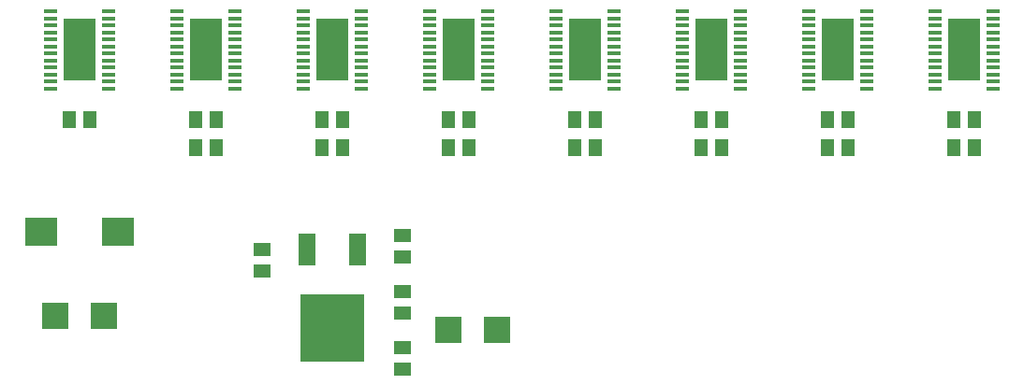
<source format=gtp>
G04 EAGLE Gerber RS-274X export*
G75*
%MOMM*%
%FSLAX34Y34*%
%LPD*%
%AMOC8*
5,1,8,0,0,1.08239X$1,22.5*%
G01*
%ADD10R,1.143000X0.381000*%
%ADD11R,2.844800X5.638800*%
%ADD12R,1.300000X1.500000*%
%ADD13R,2.400000X2.400000*%
%ADD14R,5.800000X6.200000*%
%ADD15R,1.600000X3.000000*%
%ADD16R,1.500000X1.300000*%
%ADD17R,3.000000X2.500000*%


D10*
X813562Y492125D03*
X813562Y485775D03*
X813562Y479425D03*
X813562Y473075D03*
X813562Y466725D03*
X813562Y460375D03*
X813562Y454025D03*
X813562Y447675D03*
X813562Y441325D03*
X813562Y434975D03*
X813562Y428625D03*
X813562Y422275D03*
X761238Y492125D03*
X761238Y485775D03*
X761238Y479425D03*
X761238Y473075D03*
X761238Y466725D03*
X761238Y460375D03*
X761238Y454025D03*
X761238Y447675D03*
X761238Y441325D03*
X761238Y434975D03*
X761238Y428625D03*
X761238Y422275D03*
D11*
X787400Y457200D03*
D10*
X699262Y492125D03*
X699262Y485775D03*
X699262Y479425D03*
X699262Y473075D03*
X699262Y466725D03*
X699262Y460375D03*
X699262Y454025D03*
X699262Y447675D03*
X699262Y441325D03*
X699262Y434975D03*
X699262Y428625D03*
X699262Y422275D03*
X646938Y492125D03*
X646938Y485775D03*
X646938Y479425D03*
X646938Y473075D03*
X646938Y466725D03*
X646938Y460375D03*
X646938Y454025D03*
X646938Y447675D03*
X646938Y441325D03*
X646938Y434975D03*
X646938Y428625D03*
X646938Y422275D03*
D11*
X673100Y457200D03*
D10*
X584962Y492125D03*
X584962Y485775D03*
X584962Y479425D03*
X584962Y473075D03*
X584962Y466725D03*
X584962Y460375D03*
X584962Y454025D03*
X584962Y447675D03*
X584962Y441325D03*
X584962Y434975D03*
X584962Y428625D03*
X584962Y422275D03*
X532638Y492125D03*
X532638Y485775D03*
X532638Y479425D03*
X532638Y473075D03*
X532638Y466725D03*
X532638Y460375D03*
X532638Y454025D03*
X532638Y447675D03*
X532638Y441325D03*
X532638Y434975D03*
X532638Y428625D03*
X532638Y422275D03*
D11*
X558800Y457200D03*
D10*
X470662Y492125D03*
X470662Y485775D03*
X470662Y479425D03*
X470662Y473075D03*
X470662Y466725D03*
X470662Y460375D03*
X470662Y454025D03*
X470662Y447675D03*
X470662Y441325D03*
X470662Y434975D03*
X470662Y428625D03*
X470662Y422275D03*
X418338Y492125D03*
X418338Y485775D03*
X418338Y479425D03*
X418338Y473075D03*
X418338Y466725D03*
X418338Y460375D03*
X418338Y454025D03*
X418338Y447675D03*
X418338Y441325D03*
X418338Y434975D03*
X418338Y428625D03*
X418338Y422275D03*
D11*
X444500Y457200D03*
D10*
X356362Y492125D03*
X356362Y485775D03*
X356362Y479425D03*
X356362Y473075D03*
X356362Y466725D03*
X356362Y460375D03*
X356362Y454025D03*
X356362Y447675D03*
X356362Y441325D03*
X356362Y434975D03*
X356362Y428625D03*
X356362Y422275D03*
X304038Y492125D03*
X304038Y485775D03*
X304038Y479425D03*
X304038Y473075D03*
X304038Y466725D03*
X304038Y460375D03*
X304038Y454025D03*
X304038Y447675D03*
X304038Y441325D03*
X304038Y434975D03*
X304038Y428625D03*
X304038Y422275D03*
D11*
X330200Y457200D03*
D10*
X242062Y492125D03*
X242062Y485775D03*
X242062Y479425D03*
X242062Y473075D03*
X242062Y466725D03*
X242062Y460375D03*
X242062Y454025D03*
X242062Y447675D03*
X242062Y441325D03*
X242062Y434975D03*
X242062Y428625D03*
X242062Y422275D03*
X189738Y492125D03*
X189738Y485775D03*
X189738Y479425D03*
X189738Y473075D03*
X189738Y466725D03*
X189738Y460375D03*
X189738Y454025D03*
X189738Y447675D03*
X189738Y441325D03*
X189738Y434975D03*
X189738Y428625D03*
X189738Y422275D03*
D11*
X215900Y457200D03*
D10*
X127762Y492125D03*
X127762Y485775D03*
X127762Y479425D03*
X127762Y473075D03*
X127762Y466725D03*
X127762Y460375D03*
X127762Y454025D03*
X127762Y447675D03*
X127762Y441325D03*
X127762Y434975D03*
X127762Y428625D03*
X127762Y422275D03*
X75438Y492125D03*
X75438Y485775D03*
X75438Y479425D03*
X75438Y473075D03*
X75438Y466725D03*
X75438Y460375D03*
X75438Y454025D03*
X75438Y447675D03*
X75438Y441325D03*
X75438Y434975D03*
X75438Y428625D03*
X75438Y422275D03*
D11*
X101600Y457200D03*
D10*
X927862Y492125D03*
X927862Y485775D03*
X927862Y479425D03*
X927862Y473075D03*
X927862Y466725D03*
X927862Y460375D03*
X927862Y454025D03*
X927862Y447675D03*
X927862Y441325D03*
X927862Y434975D03*
X927862Y428625D03*
X927862Y422275D03*
X875538Y492125D03*
X875538Y485775D03*
X875538Y479425D03*
X875538Y473075D03*
X875538Y466725D03*
X875538Y460375D03*
X875538Y454025D03*
X875538Y447675D03*
X875538Y441325D03*
X875538Y434975D03*
X875538Y428625D03*
X875538Y422275D03*
D11*
X901700Y457200D03*
D12*
X796900Y368300D03*
X777900Y368300D03*
X682600Y368300D03*
X663600Y368300D03*
X568300Y368300D03*
X549300Y368300D03*
X454000Y368300D03*
X435000Y368300D03*
X339700Y368300D03*
X320700Y368300D03*
X225400Y368300D03*
X206400Y368300D03*
X911200Y368300D03*
X892200Y368300D03*
X111100Y393700D03*
X92100Y393700D03*
X225400Y393700D03*
X206400Y393700D03*
X339700Y393700D03*
X320700Y393700D03*
X454000Y393700D03*
X435000Y393700D03*
X568300Y393700D03*
X549300Y393700D03*
X682600Y393700D03*
X663600Y393700D03*
X796900Y393700D03*
X777900Y393700D03*
X911200Y393700D03*
X892200Y393700D03*
D13*
X79600Y215900D03*
X123600Y215900D03*
X479200Y203200D03*
X435200Y203200D03*
D14*
X330200Y204800D03*
D15*
X353000Y276600D03*
X307400Y276600D03*
D16*
X393700Y238100D03*
X393700Y219100D03*
X393700Y288900D03*
X393700Y269900D03*
X266700Y276200D03*
X266700Y257200D03*
X393700Y187300D03*
X393700Y168300D03*
D17*
X66600Y292100D03*
X136600Y292100D03*
M02*

</source>
